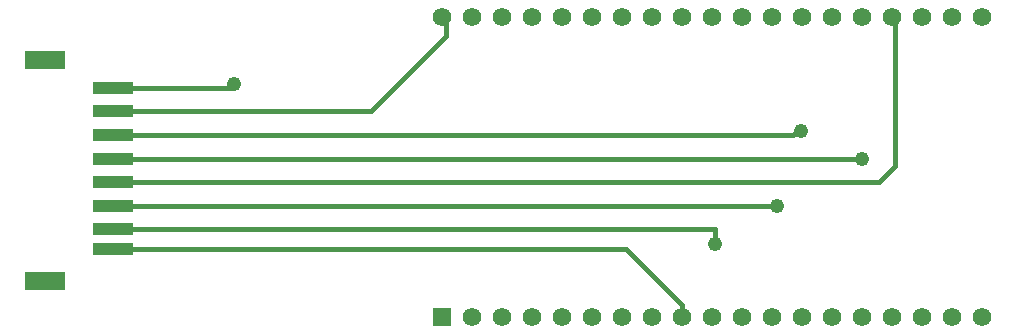
<source format=gbr>
G04 DesignSpark PCB Gerber Version 10.0 Build 5299*
G04 #@! TF.Part,Single*
G04 #@! TF.FileFunction,Copper,L1,Top*
G04 #@! TF.FilePolarity,Positive*
%FSLAX35Y35*%
%MOIN*%
G04 #@! TA.AperFunction,WasherPad*
%ADD71R,0.06142X0.06142*%
G04 #@! TD.AperFunction*
%ADD16C,0.01500*%
G04 #@! TA.AperFunction,WasherPad*
%ADD19R,0.13800X0.03900*%
G04 #@! TA.AperFunction,ViaPad*
%ADD17C,0.04800*%
G04 #@! TA.AperFunction,WasherPad*
%ADD18R,0.13800X0.06300*%
%ADD70C,0.06142*%
G04 #@! TD.AperFunction*
X0Y0D02*
D02*
D16*
X56746Y29937D02*
X227848D01*
X246549Y11236D01*
Y7299D01*
X56746Y44307D02*
X278203D01*
X56746Y52181D02*
X312258D01*
X317573Y57496D01*
Y106276D01*
X316549Y107299D01*
X56746Y67929D02*
X283518D01*
X284896Y69307D01*
X286077D01*
X56746Y75803D02*
X142967D01*
X167967Y100803D01*
Y105882D01*
X166549Y107299D01*
X57730Y69307D02*
X50919D01*
X97100Y85055D02*
Y83677D01*
X56746D01*
X167967Y108677D02*
X166549Y107299D01*
X257337Y31492D02*
Y36433D01*
X56746D01*
X278203Y6315D02*
X276549Y7299D01*
X306549Y60055D02*
X56746D01*
D02*
D17*
X97100Y85055D03*
X257337Y31492D03*
X278203Y44307D03*
X286077Y69307D03*
X306549Y60055D03*
D02*
D18*
X34108Y19307D03*
Y92929D03*
D02*
D19*
X56746Y29937D03*
Y36433D03*
Y44307D03*
Y52181D03*
Y60055D03*
Y67929D03*
Y75803D03*
Y83677D03*
D02*
D70*
X166549Y107299D03*
X176549Y7299D03*
Y107299D03*
X186549Y7299D03*
Y107299D03*
X196549Y7299D03*
Y107299D03*
X206549Y7299D03*
Y107299D03*
X216549Y7299D03*
Y107299D03*
X226549Y7299D03*
Y107299D03*
X236549Y7299D03*
Y107299D03*
X246549Y7299D03*
Y107299D03*
X256549Y7299D03*
Y107299D03*
X266549Y7299D03*
Y107299D03*
X276549Y7299D03*
Y107299D03*
X286549Y7299D03*
Y107299D03*
X296549Y7299D03*
Y107299D03*
X306549Y7299D03*
Y107299D03*
X316549Y7299D03*
Y107299D03*
X326549Y7299D03*
Y107299D03*
X336549Y7299D03*
Y107299D03*
X346549Y7299D03*
Y107299D03*
D02*
D71*
X166549Y7299D03*
X0Y0D02*
M02*

</source>
